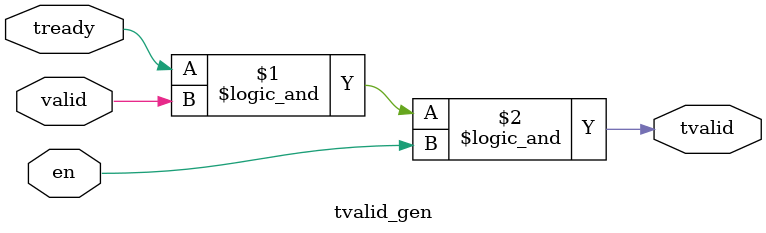
<source format=v>
`timescale 1 ns / 1 ps

module tvalid_gen(      
    input   wire valid,     // adc_valid
    input   wire tready,    // dma ready
    input   wire en,        // ps ctl signal
    output  wire tvalid     // axis valid 
);

    assign tvalid = tready && valid && en;

endmodule
</source>
